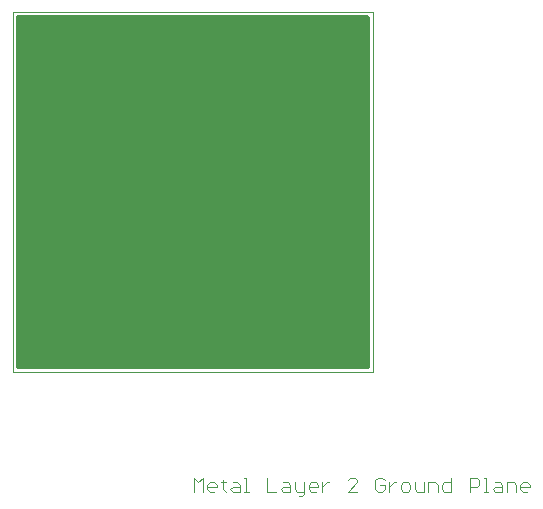
<source format=gbr>
G04 EAGLE Gerber RS-274X export*
G75*
%MOIN*%
%FSLAX34Y34*%
%LPD*%
%INEAGLE Copper Layer 2*%
%IPPOS*%
%AMOC8*
5,1,8,0,0,1.08239X$1,22.5*%
G01*
%ADD10C,0.000000*%
%ADD11C,0.004000*%
%ADD12C,0.018000*%
%ADD13C,0.020000*%
%ADD14C,0.145000*%

G36*
X11821Y101D02*
X11821Y101D01*
X11822Y101D01*
X11829Y102D01*
X11836Y102D01*
X11837Y103D01*
X11838Y103D01*
X11844Y105D01*
X11851Y107D01*
X11852Y107D01*
X11853Y108D01*
X11859Y111D01*
X11865Y115D01*
X11866Y116D01*
X11871Y120D01*
X11877Y125D01*
X11878Y126D01*
X11882Y132D01*
X11887Y137D01*
X11887Y138D01*
X11888Y139D01*
X11891Y145D01*
X11894Y151D01*
X11894Y152D01*
X11894Y153D01*
X11896Y160D01*
X11898Y166D01*
X11898Y167D01*
X11898Y168D01*
X11899Y180D01*
X11899Y11820D01*
X11899Y11821D01*
X11899Y11822D01*
X11898Y11829D01*
X11898Y11836D01*
X11897Y11837D01*
X11897Y11838D01*
X11895Y11844D01*
X11893Y11851D01*
X11893Y11852D01*
X11892Y11853D01*
X11889Y11859D01*
X11885Y11865D01*
X11884Y11866D01*
X11880Y11871D01*
X11875Y11877D01*
X11874Y11878D01*
X11868Y11882D01*
X11863Y11887D01*
X11862Y11887D01*
X11861Y11888D01*
X11855Y11891D01*
X11849Y11894D01*
X11848Y11894D01*
X11847Y11894D01*
X11840Y11896D01*
X11834Y11898D01*
X11833Y11898D01*
X11832Y11898D01*
X11820Y11899D01*
X180Y11899D01*
X179Y11899D01*
X178Y11899D01*
X171Y11898D01*
X164Y11898D01*
X163Y11897D01*
X162Y11897D01*
X156Y11895D01*
X149Y11893D01*
X148Y11893D01*
X147Y11892D01*
X141Y11889D01*
X135Y11885D01*
X134Y11884D01*
X129Y11880D01*
X123Y11875D01*
X122Y11874D01*
X118Y11868D01*
X113Y11863D01*
X113Y11862D01*
X112Y11861D01*
X109Y11855D01*
X106Y11849D01*
X106Y11848D01*
X106Y11847D01*
X104Y11840D01*
X102Y11834D01*
X102Y11833D01*
X102Y11832D01*
X101Y11820D01*
X101Y180D01*
X101Y179D01*
X101Y178D01*
X102Y171D01*
X102Y164D01*
X103Y163D01*
X103Y162D01*
X105Y156D01*
X107Y149D01*
X107Y148D01*
X108Y147D01*
X111Y141D01*
X115Y135D01*
X116Y134D01*
X120Y129D01*
X125Y123D01*
X126Y122D01*
X132Y118D01*
X137Y113D01*
X138Y113D01*
X139Y112D01*
X145Y109D01*
X151Y106D01*
X152Y106D01*
X153Y106D01*
X160Y104D01*
X166Y102D01*
X167Y102D01*
X168Y102D01*
X180Y101D01*
X11820Y101D01*
X11821Y101D01*
G37*
D10*
X0Y0D02*
X12000Y0D01*
X12000Y12000D01*
X0Y12000D01*
X0Y0D01*
D11*
X6020Y-3520D02*
X6020Y-3980D01*
X6173Y-3673D02*
X6020Y-3520D01*
X6173Y-3673D02*
X6327Y-3520D01*
X6327Y-3980D01*
X6557Y-3980D02*
X6711Y-3980D01*
X6557Y-3980D02*
X6480Y-3903D01*
X6480Y-3750D01*
X6557Y-3673D01*
X6711Y-3673D01*
X6787Y-3750D01*
X6787Y-3827D01*
X6480Y-3827D01*
X7018Y-3903D02*
X7018Y-3596D01*
X7018Y-3903D02*
X7094Y-3980D01*
X7094Y-3673D02*
X6941Y-3673D01*
X7324Y-3673D02*
X7478Y-3673D01*
X7555Y-3750D01*
X7555Y-3980D01*
X7324Y-3980D01*
X7248Y-3903D01*
X7324Y-3827D01*
X7555Y-3827D01*
X7708Y-3520D02*
X7785Y-3520D01*
X7785Y-3980D01*
X7708Y-3980D02*
X7862Y-3980D01*
X8475Y-3980D02*
X8475Y-3520D01*
X8475Y-3980D02*
X8782Y-3980D01*
X9013Y-3673D02*
X9166Y-3673D01*
X9243Y-3750D01*
X9243Y-3980D01*
X9013Y-3980D01*
X8936Y-3903D01*
X9013Y-3827D01*
X9243Y-3827D01*
X9396Y-3903D02*
X9396Y-3673D01*
X9396Y-3903D02*
X9473Y-3980D01*
X9703Y-3980D01*
X9703Y-4057D02*
X9703Y-3673D01*
X9703Y-4057D02*
X9626Y-4133D01*
X9550Y-4133D01*
X9933Y-3980D02*
X10087Y-3980D01*
X9933Y-3980D02*
X9857Y-3903D01*
X9857Y-3750D01*
X9933Y-3673D01*
X10087Y-3673D01*
X10164Y-3750D01*
X10164Y-3827D01*
X9857Y-3827D01*
X10317Y-3980D02*
X10317Y-3673D01*
X10470Y-3673D02*
X10317Y-3827D01*
X10470Y-3673D02*
X10547Y-3673D01*
X11161Y-3980D02*
X11468Y-3980D01*
X11161Y-3980D02*
X11468Y-3673D01*
X11468Y-3596D01*
X11391Y-3520D01*
X11238Y-3520D01*
X11161Y-3596D01*
X12312Y-3520D02*
X12389Y-3596D01*
X12312Y-3520D02*
X12159Y-3520D01*
X12082Y-3596D01*
X12082Y-3903D01*
X12159Y-3980D01*
X12312Y-3980D01*
X12389Y-3903D01*
X12389Y-3750D01*
X12235Y-3750D01*
X12542Y-3673D02*
X12542Y-3980D01*
X12542Y-3827D02*
X12696Y-3673D01*
X12772Y-3673D01*
X13003Y-3980D02*
X13156Y-3980D01*
X13233Y-3903D01*
X13233Y-3750D01*
X13156Y-3673D01*
X13003Y-3673D01*
X12926Y-3750D01*
X12926Y-3903D01*
X13003Y-3980D01*
X13386Y-3903D02*
X13386Y-3673D01*
X13386Y-3903D02*
X13463Y-3980D01*
X13693Y-3980D01*
X13693Y-3673D01*
X13847Y-3673D02*
X13847Y-3980D01*
X13847Y-3673D02*
X14077Y-3673D01*
X14154Y-3750D01*
X14154Y-3980D01*
X14614Y-3980D02*
X14614Y-3520D01*
X14614Y-3980D02*
X14384Y-3980D01*
X14307Y-3903D01*
X14307Y-3750D01*
X14384Y-3673D01*
X14614Y-3673D01*
X15228Y-3520D02*
X15228Y-3980D01*
X15228Y-3520D02*
X15458Y-3520D01*
X15535Y-3596D01*
X15535Y-3750D01*
X15458Y-3827D01*
X15228Y-3827D01*
X15688Y-3520D02*
X15765Y-3520D01*
X15765Y-3980D01*
X15688Y-3980D02*
X15842Y-3980D01*
X16072Y-3673D02*
X16225Y-3673D01*
X16302Y-3750D01*
X16302Y-3980D01*
X16072Y-3980D01*
X15995Y-3903D01*
X16072Y-3827D01*
X16302Y-3827D01*
X16456Y-3980D02*
X16456Y-3673D01*
X16686Y-3673D01*
X16762Y-3750D01*
X16762Y-3980D01*
X16993Y-3980D02*
X17146Y-3980D01*
X16993Y-3980D02*
X16916Y-3903D01*
X16916Y-3750D01*
X16993Y-3673D01*
X17146Y-3673D01*
X17223Y-3750D01*
X17223Y-3827D01*
X16916Y-3827D01*
D10*
X0Y3600D02*
X0Y8000D01*
X12000Y8000D02*
X12000Y3600D01*
D12*
X6050Y6000D03*
X6090Y6580D03*
X5930Y6450D03*
X6060Y6310D03*
X5950Y6160D03*
X5950Y5840D03*
X6050Y5680D03*
X5930Y5490D03*
X6120Y5360D03*
X5450Y6200D03*
D13*
X5250Y6280D03*
X4970Y6280D03*
X4670Y6280D03*
X4370Y6280D03*
X4070Y6280D03*
X3770Y6280D03*
X3470Y6280D03*
X3170Y6280D03*
X2870Y6280D03*
X2570Y6280D03*
X2270Y6280D03*
X1970Y6280D03*
X1670Y6280D03*
X1370Y6280D03*
X1070Y6280D03*
X770Y6280D03*
X470Y6280D03*
X470Y5320D03*
X770Y5320D03*
X1070Y5320D03*
X1370Y5320D03*
X1670Y5320D03*
X1970Y5320D03*
X2870Y5320D03*
X3170Y5320D03*
X3470Y5320D03*
X3770Y5320D03*
X4370Y5320D03*
X4670Y5320D03*
X4970Y5320D03*
X5270Y5320D03*
D12*
X6290Y5210D03*
D13*
X11530Y6280D03*
X11230Y6280D03*
X10930Y6280D03*
X10630Y6280D03*
X10330Y6280D03*
X10030Y6280D03*
X9730Y6280D03*
X9430Y6280D03*
X9130Y6280D03*
X8850Y6280D03*
X7930Y6280D03*
X7630Y6280D03*
X7380Y6280D03*
D12*
X6550Y6280D03*
D13*
X11530Y5320D03*
X11230Y5320D03*
X10930Y5320D03*
X10630Y5320D03*
X10330Y5320D03*
X10030Y5320D03*
X9730Y5320D03*
X9430Y5320D03*
X9130Y5320D03*
X8830Y5320D03*
X8530Y5320D03*
X8230Y5320D03*
X7630Y5320D03*
X7330Y5320D03*
X7030Y5320D03*
X6730Y5320D03*
X6470Y5370D03*
X10130Y7170D03*
X10530Y7170D03*
X10930Y7170D03*
X11330Y7170D03*
X10130Y7970D03*
X10530Y7970D03*
X10930Y7970D03*
X11330Y7970D03*
X10130Y4430D03*
X10530Y4430D03*
X10130Y3630D03*
X10530Y3630D03*
X10930Y3630D03*
X10930Y4430D03*
X11330Y3630D03*
X11330Y4430D03*
X1870Y4430D03*
X1470Y4430D03*
X1070Y4430D03*
X670Y4430D03*
X670Y3630D03*
X1070Y3630D03*
X1470Y3630D03*
X1870Y3630D03*
X1870Y7970D03*
X1470Y7970D03*
X1070Y7970D03*
X670Y7970D03*
X1870Y7170D03*
X1470Y7170D03*
X1070Y7170D03*
X670Y7170D03*
X11630Y4430D03*
X11630Y3630D03*
X11630Y7170D03*
X11630Y7970D03*
X370Y4430D03*
X370Y3630D03*
X370Y7170D03*
X370Y7970D03*
X4900Y6670D03*
X4900Y6940D03*
X4470Y9740D03*
X4470Y10240D03*
X4470Y10740D03*
X4470Y11240D03*
X4470Y11640D03*
X7760Y7910D03*
X7530Y9740D03*
X7530Y10240D03*
X7530Y10740D03*
X7530Y11240D03*
X7530Y11640D03*
X5450Y9540D03*
X6530Y9540D03*
X6530Y8740D03*
X6530Y7240D03*
X6000Y11640D03*
X6000Y11240D03*
X6000Y10740D03*
X6000Y10240D03*
X6000Y9820D03*
X8630Y11340D03*
X3370Y3660D03*
X5370Y3660D03*
X5370Y2660D03*
X5370Y1660D03*
X3370Y1660D03*
X6630Y2660D03*
X6630Y3660D03*
X6630Y4660D03*
X8630Y1660D03*
X8630Y10340D03*
X8630Y8340D03*
X10630Y9340D03*
X1370Y9340D03*
X3370Y10340D03*
X3370Y8340D03*
X3370Y11340D03*
X8100Y6690D03*
D12*
X5790Y5310D03*
D13*
X6280Y5540D03*
X5700Y5530D03*
X5520Y5370D03*
D14*
X11000Y1000D03*
X1000Y1000D03*
X1000Y11000D03*
X11000Y11000D03*
D13*
X7930Y5320D03*
X4070Y5320D03*
X3370Y2660D03*
X1370Y2660D03*
X8630Y2660D03*
X6100Y7240D03*
X6100Y6850D03*
X8550Y6280D03*
X8250Y6280D03*
X7760Y7650D03*
X5620Y8970D03*
X4970Y8340D03*
X2270Y5320D03*
X2570Y5320D03*
X7760Y7060D03*
X7760Y7330D03*
X6100Y7690D03*
X6530Y7700D03*
X5370Y4660D03*
X8630Y3660D03*
X3370Y7340D03*
X8630Y7340D03*
M02*

</source>
